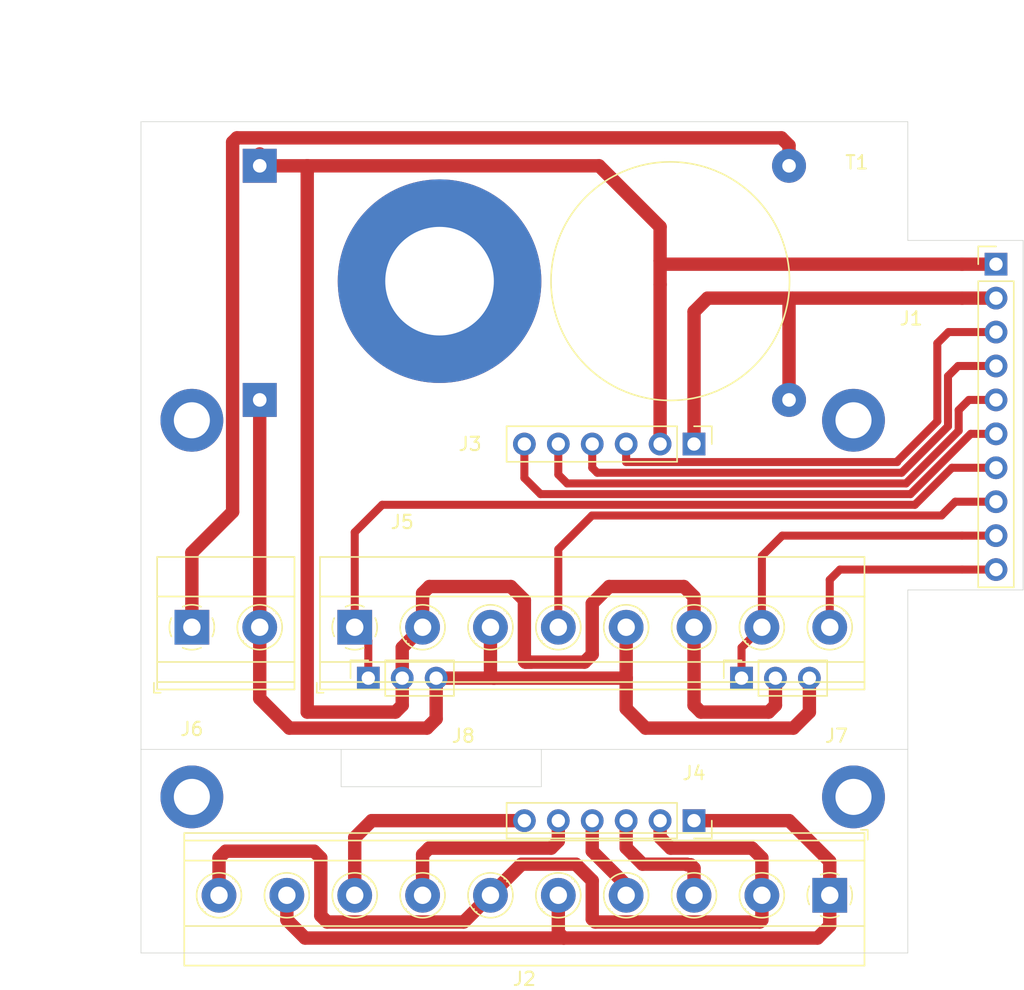
<source format=kicad_pcb>
(kicad_pcb (version 20171130) (host pcbnew "(5.1.7)-1")

  (general
    (thickness 1.6)
    (drawings 24)
    (tracks 171)
    (zones 0)
    (modules 13)
    (nets 18)
  )

  (page A4)
  (layers
    (0 F.Cu signal)
    (31 B.Cu signal)
    (32 B.Adhes user)
    (33 F.Adhes user)
    (34 B.Paste user)
    (35 F.Paste user)
    (36 B.SilkS user)
    (37 F.SilkS user)
    (38 B.Mask user)
    (39 F.Mask user)
    (40 Dwgs.User user)
    (41 Cmts.User user)
    (42 Eco1.User user)
    (43 Eco2.User user)
    (44 Edge.Cuts user)
    (45 Margin user)
    (46 B.CrtYd user)
    (47 F.CrtYd user)
    (48 B.Fab user)
    (49 F.Fab user)
  )

  (setup
    (last_trace_width 0.6)
    (trace_clearance 0.2)
    (zone_clearance 0.508)
    (zone_45_only no)
    (trace_min 0.2)
    (via_size 0.8)
    (via_drill 0.4)
    (via_min_size 0.4)
    (via_min_drill 0.3)
    (uvia_size 0.3)
    (uvia_drill 0.1)
    (uvias_allowed no)
    (uvia_min_size 0.2)
    (uvia_min_drill 0.1)
    (edge_width 0.05)
    (segment_width 0.2)
    (pcb_text_width 0.3)
    (pcb_text_size 1.5 1.5)
    (mod_edge_width 0.12)
    (mod_text_size 1 1)
    (mod_text_width 0.15)
    (pad_size 1.524 1.524)
    (pad_drill 0.762)
    (pad_to_mask_clearance 0)
    (aux_axis_origin 53.34 91.44)
    (visible_elements 7FFFFFFF)
    (pcbplotparams
      (layerselection 0x01000_7fffffff)
      (usegerberextensions false)
      (usegerberattributes true)
      (usegerberadvancedattributes true)
      (creategerberjobfile true)
      (excludeedgelayer true)
      (linewidth 0.100000)
      (plotframeref false)
      (viasonmask false)
      (mode 1)
      (useauxorigin true)
      (hpglpennumber 1)
      (hpglpenspeed 20)
      (hpglpendiameter 15.000000)
      (psnegative false)
      (psa4output false)
      (plotreference true)
      (plotvalue true)
      (plotinvisibletext false)
      (padsonsilk false)
      (subtractmaskfromsilk false)
      (outputformat 1)
      (mirror false)
      (drillshape 0)
      (scaleselection 1)
      (outputdirectory "output/"))
  )

  (net 0 "")
  (net 1 /D45)
  (net 2 /D33)
  (net 3 /A13)
  (net 4 /A11)
  (net 5 /A9)
  (net 6 /A7)
  (net 7 /A5)
  (net 8 /A3)
  (net 9 /GND)
  (net 10 /5V)
  (net 11 /VIN)
  (net 12 "Net-(J2-Pad10)")
  (net 13 "Net-(J2-Pad1)")
  (net 14 /9)
  (net 15 /7)
  (net 16 /5)
  (net 17 /3)

  (net_class Default "This is the default net class."
    (clearance 0.2)
    (trace_width 0.6)
    (via_dia 0.8)
    (via_drill 0.4)
    (uvia_dia 0.3)
    (uvia_drill 0.1)
    (add_net /A11)
    (add_net /A13)
    (add_net /A3)
    (add_net /A5)
    (add_net /A7)
    (add_net /A9)
    (add_net /D33)
    (add_net /D45)
  )

  (net_class Power ""
    (clearance 0.2)
    (trace_width 1)
    (via_dia 0.8)
    (via_drill 0.4)
    (uvia_dia 0.3)
    (uvia_drill 0.1)
    (add_net /3)
    (add_net /5)
    (add_net /5V)
    (add_net /7)
    (add_net /9)
    (add_net /GND)
    (add_net /VIN)
    (add_net "Net-(J2-Pad1)")
    (add_net "Net-(J2-Pad10)")
  )

  (module Connector_PinSocket_2.54mm:PinSocket_1x06_P2.54mm_Vertical (layer F.Cu) (tedit 5A19A430) (tstamp 5FB858C4)
    (at 94.742 81.534 270)
    (descr "Through hole straight socket strip, 1x06, 2.54mm pitch, single row (from Kicad 4.0.7), script generated")
    (tags "Through hole socket strip THT 1x06 2.54mm single row")
    (path /5FBFE2A3)
    (fp_text reference J4 (at -3.556 0 180) (layer F.SilkS)
      (effects (font (size 1 1) (thickness 0.15)))
    )
    (fp_text value IOF (at -2.032 0.254 180) (layer F.Fab)
      (effects (font (size 1 1) (thickness 0.15)))
    )
    (fp_line (start -1.8 14.45) (end -1.8 -1.8) (layer F.CrtYd) (width 0.05))
    (fp_line (start 1.75 14.45) (end -1.8 14.45) (layer F.CrtYd) (width 0.05))
    (fp_line (start 1.75 -1.8) (end 1.75 14.45) (layer F.CrtYd) (width 0.05))
    (fp_line (start -1.8 -1.8) (end 1.75 -1.8) (layer F.CrtYd) (width 0.05))
    (fp_line (start 0 -1.33) (end 1.33 -1.33) (layer F.SilkS) (width 0.12))
    (fp_line (start 1.33 -1.33) (end 1.33 0) (layer F.SilkS) (width 0.12))
    (fp_line (start 1.33 1.27) (end 1.33 14.03) (layer F.SilkS) (width 0.12))
    (fp_line (start -1.33 14.03) (end 1.33 14.03) (layer F.SilkS) (width 0.12))
    (fp_line (start -1.33 1.27) (end -1.33 14.03) (layer F.SilkS) (width 0.12))
    (fp_line (start -1.33 1.27) (end 1.33 1.27) (layer F.SilkS) (width 0.12))
    (fp_line (start -1.27 13.97) (end -1.27 -1.27) (layer F.Fab) (width 0.1))
    (fp_line (start 1.27 13.97) (end -1.27 13.97) (layer F.Fab) (width 0.1))
    (fp_line (start 1.27 -0.635) (end 1.27 13.97) (layer F.Fab) (width 0.1))
    (fp_line (start 0.635 -1.27) (end 1.27 -0.635) (layer F.Fab) (width 0.1))
    (fp_line (start -1.27 -1.27) (end 0.635 -1.27) (layer F.Fab) (width 0.1))
    (fp_text user %R (at 0 6.35) (layer F.Fab)
      (effects (font (size 1 1) (thickness 0.15)))
    )
    (pad 6 thru_hole oval (at 0 12.7 270) (size 1.7 1.7) (drill 1) (layers *.Cu *.Mask)
      (net 14 /9))
    (pad 5 thru_hole oval (at 0 10.16 270) (size 1.7 1.7) (drill 1) (layers *.Cu *.Mask)
      (net 15 /7))
    (pad 4 thru_hole oval (at 0 7.62 270) (size 1.7 1.7) (drill 1) (layers *.Cu *.Mask)
      (net 16 /5))
    (pad 3 thru_hole oval (at 0 5.08 270) (size 1.7 1.7) (drill 1) (layers *.Cu *.Mask)
      (net 17 /3))
    (pad 2 thru_hole oval (at 0 2.54 270) (size 1.7 1.7) (drill 1) (layers *.Cu *.Mask)
      (net 12 "Net-(J2-Pad10)"))
    (pad 1 thru_hole rect (at 0 0 270) (size 1.7 1.7) (drill 1) (layers *.Cu *.Mask)
      (net 13 "Net-(J2-Pad1)"))
    (model ${KISYS3DMOD}/Connector_PinSocket_2.54mm.3dshapes/PinSocket_1x06_P2.54mm_Vertical.wrl
      (at (xyz 0 0 0))
      (scale (xyz 1 1 1))
      (rotate (xyz 0 0 0))
    )
  )

  (module Connector_PinSocket_2.54mm:PinSocket_1x03_P2.54mm_Vertical (layer F.Cu) (tedit 5A19A429) (tstamp 5FB8D111)
    (at 98.298 70.866 90)
    (descr "Through hole straight socket strip, 1x03, 2.54mm pitch, single row (from Kicad 4.0.7), script generated")
    (tags "Through hole socket strip THT 1x03 2.54mm single row")
    (path /5FC7D1B1)
    (fp_text reference J7 (at -4.318 7.112 180) (layer F.SilkS)
      (effects (font (size 1 1) (thickness 0.15)))
    )
    (fp_text value RY1 (at -2.794 7.112 180) (layer F.Fab)
      (effects (font (size 1 1) (thickness 0.15)))
    )
    (fp_line (start -1.8 6.85) (end -1.8 -1.8) (layer F.CrtYd) (width 0.05))
    (fp_line (start 1.75 6.85) (end -1.8 6.85) (layer F.CrtYd) (width 0.05))
    (fp_line (start 1.75 -1.8) (end 1.75 6.85) (layer F.CrtYd) (width 0.05))
    (fp_line (start -1.8 -1.8) (end 1.75 -1.8) (layer F.CrtYd) (width 0.05))
    (fp_line (start 0 -1.33) (end 1.33 -1.33) (layer F.SilkS) (width 0.12))
    (fp_line (start 1.33 -1.33) (end 1.33 0) (layer F.SilkS) (width 0.12))
    (fp_line (start 1.33 1.27) (end 1.33 6.41) (layer F.SilkS) (width 0.12))
    (fp_line (start -1.33 6.41) (end 1.33 6.41) (layer F.SilkS) (width 0.12))
    (fp_line (start -1.33 1.27) (end -1.33 6.41) (layer F.SilkS) (width 0.12))
    (fp_line (start -1.33 1.27) (end 1.33 1.27) (layer F.SilkS) (width 0.12))
    (fp_line (start -1.27 6.35) (end -1.27 -1.27) (layer F.Fab) (width 0.1))
    (fp_line (start 1.27 6.35) (end -1.27 6.35) (layer F.Fab) (width 0.1))
    (fp_line (start 1.27 -0.635) (end 1.27 6.35) (layer F.Fab) (width 0.1))
    (fp_line (start 0.635 -1.27) (end 1.27 -0.635) (layer F.Fab) (width 0.1))
    (fp_line (start -1.27 -1.27) (end 0.635 -1.27) (layer F.Fab) (width 0.1))
    (fp_text user %R (at 0 2.54) (layer F.Fab)
      (effects (font (size 1 1) (thickness 0.15)))
    )
    (pad 3 thru_hole oval (at 0 5.08 90) (size 1.7 1.7) (drill 1) (layers *.Cu *.Mask)
      (net 9 /GND))
    (pad 2 thru_hole oval (at 0 2.54 90) (size 1.7 1.7) (drill 1) (layers *.Cu *.Mask)
      (net 10 /5V))
    (pad 1 thru_hole rect (at 0 0 90) (size 1.7 1.7) (drill 1) (layers *.Cu *.Mask)
      (net 2 /D33))
    (model ${KISYS3DMOD}/Connector_PinSocket_2.54mm.3dshapes/PinSocket_1x03_P2.54mm_Vertical.wrl
      (at (xyz 0 0 0))
      (scale (xyz 1 1 1))
      (rotate (xyz 0 0 0))
    )
  )

  (module Connector_PinSocket_2.54mm:PinSocket_1x03_P2.54mm_Vertical (layer F.Cu) (tedit 5A19A429) (tstamp 5FB8D128)
    (at 70.358 70.866 90)
    (descr "Through hole straight socket strip, 1x03, 2.54mm pitch, single row (from Kicad 4.0.7), script generated")
    (tags "Through hole socket strip THT 1x03 2.54mm single row")
    (path /5FC7CCD8)
    (fp_text reference J8 (at -4.318 7.112 180) (layer F.SilkS)
      (effects (font (size 1 1) (thickness 0.15)))
    )
    (fp_text value RY2 (at -2.794 7.112 180) (layer F.Fab)
      (effects (font (size 1 1) (thickness 0.15)))
    )
    (fp_line (start -1.8 6.85) (end -1.8 -1.8) (layer F.CrtYd) (width 0.05))
    (fp_line (start 1.75 6.85) (end -1.8 6.85) (layer F.CrtYd) (width 0.05))
    (fp_line (start 1.75 -1.8) (end 1.75 6.85) (layer F.CrtYd) (width 0.05))
    (fp_line (start -1.8 -1.8) (end 1.75 -1.8) (layer F.CrtYd) (width 0.05))
    (fp_line (start 0 -1.33) (end 1.33 -1.33) (layer F.SilkS) (width 0.12))
    (fp_line (start 1.33 -1.33) (end 1.33 0) (layer F.SilkS) (width 0.12))
    (fp_line (start 1.33 1.27) (end 1.33 6.41) (layer F.SilkS) (width 0.12))
    (fp_line (start -1.33 6.41) (end 1.33 6.41) (layer F.SilkS) (width 0.12))
    (fp_line (start -1.33 1.27) (end -1.33 6.41) (layer F.SilkS) (width 0.12))
    (fp_line (start -1.33 1.27) (end 1.33 1.27) (layer F.SilkS) (width 0.12))
    (fp_line (start -1.27 6.35) (end -1.27 -1.27) (layer F.Fab) (width 0.1))
    (fp_line (start 1.27 6.35) (end -1.27 6.35) (layer F.Fab) (width 0.1))
    (fp_line (start 1.27 -0.635) (end 1.27 6.35) (layer F.Fab) (width 0.1))
    (fp_line (start 0.635 -1.27) (end 1.27 -0.635) (layer F.Fab) (width 0.1))
    (fp_line (start -1.27 -1.27) (end 0.635 -1.27) (layer F.Fab) (width 0.1))
    (fp_text user %R (at 0 2.54) (layer F.Fab)
      (effects (font (size 1 1) (thickness 0.15)))
    )
    (pad 3 thru_hole oval (at 0 5.08 90) (size 1.7 1.7) (drill 1) (layers *.Cu *.Mask)
      (net 9 /GND))
    (pad 2 thru_hole oval (at 0 2.54 90) (size 1.7 1.7) (drill 1) (layers *.Cu *.Mask)
      (net 10 /5V))
    (pad 1 thru_hole rect (at 0 0 90) (size 1.7 1.7) (drill 1) (layers *.Cu *.Mask)
      (net 4 /A11))
    (model ${KISYS3DMOD}/Connector_PinSocket_2.54mm.3dshapes/PinSocket_1x03_P2.54mm_Vertical.wrl
      (at (xyz 0 0 0))
      (scale (xyz 1 1 1))
      (rotate (xyz 0 0 0))
    )
  )

  (module MountingHole:MountingHole_2.7mm_M2.5_DIN965_Pad (layer F.Cu) (tedit 56D1B4CB) (tstamp 5FB8C840)
    (at 106.68 51.562)
    (descr "Mounting Hole 2.7mm, M2.5, DIN965")
    (tags "mounting hole 2.7mm m2.5 din965")
    (attr virtual)
    (fp_text reference REF** (at 0 -0.762) (layer F.SilkS) hide
      (effects (font (size 1 1) (thickness 0.15)))
    )
    (fp_text value BR (at -3.556 2.032) (layer F.Fab)
      (effects (font (size 1 1) (thickness 0.15)))
    )
    (fp_circle (center 0 0) (end 2.6 0) (layer F.CrtYd) (width 0.05))
    (fp_circle (center 0 0) (end 2.35 0) (layer Cmts.User) (width 0.15))
    (fp_text user %R (at 0.3 0) (layer F.Fab)
      (effects (font (size 1 1) (thickness 0.15)))
    )
    (pad 1 thru_hole circle (at 0 0) (size 4.7 4.7) (drill 2.7) (layers *.Cu *.Mask))
  )

  (module MountingHole:MountingHole_2.7mm_M2.5_DIN965_Pad (layer F.Cu) (tedit 56D1B4CB) (tstamp 5FB8C81C)
    (at 106.68 79.756)
    (descr "Mounting Hole 2.7mm, M2.5, DIN965")
    (tags "mounting hole 2.7mm m2.5 din965")
    (attr virtual)
    (fp_text reference REF** (at 0 -0.508) (layer F.SilkS) hide
      (effects (font (size 1 1) (thickness 0.15)))
    )
    (fp_text value UTR (at -3.81 -2.032) (layer F.Fab)
      (effects (font (size 1 1) (thickness 0.15)))
    )
    (fp_circle (center 0 0) (end 2.6 0) (layer F.CrtYd) (width 0.05))
    (fp_circle (center 0 0) (end 2.35 0) (layer Cmts.User) (width 0.15))
    (fp_text user %R (at 0.3 0) (layer F.Fab)
      (effects (font (size 1 1) (thickness 0.15)))
    )
    (pad 1 thru_hole circle (at 0 0) (size 4.7 4.7) (drill 2.7) (layers *.Cu *.Mask))
  )

  (module MountingHole:MountingHole_2.7mm_M2.5_DIN965_Pad (layer F.Cu) (tedit 56D1B4CB) (tstamp 5FB8C7F8)
    (at 57.15 79.756)
    (descr "Mounting Hole 2.7mm, M2.5, DIN965")
    (tags "mounting hole 2.7mm m2.5 din965")
    (attr virtual)
    (fp_text reference REF** (at 0 -0.508) (layer F.SilkS) hide
      (effects (font (size 1 1) (thickness 0.15)))
    )
    (fp_text value UL (at 3.302 -2.286) (layer F.Fab)
      (effects (font (size 1 1) (thickness 0.15)))
    )
    (fp_circle (center 0 0) (end 2.6 0) (layer F.CrtYd) (width 0.05))
    (fp_circle (center 0 0) (end 2.35 0) (layer Cmts.User) (width 0.15))
    (fp_text user %R (at 0.3 0) (layer F.Fab)
      (effects (font (size 1 1) (thickness 0.15)))
    )
    (pad 1 thru_hole circle (at 0 0) (size 4.7 4.7) (drill 2.7) (layers *.Cu *.Mask))
  )

  (module MountingHole:MountingHole_2.7mm_M2.5_DIN965_Pad (layer F.Cu) (tedit 56D1B4CB) (tstamp 5FB8C7D4)
    (at 57.15 51.562)
    (descr "Mounting Hole 2.7mm, M2.5, DIN965")
    (tags "mounting hole 2.7mm m2.5 din965")
    (attr virtual)
    (fp_text reference REF** (at 0 -1.27) (layer F.SilkS) hide
      (effects (font (size 1 1) (thickness 0.15)))
    )
    (fp_text value BL (at 1.27 3.556) (layer F.Fab)
      (effects (font (size 1 1) (thickness 0.15)))
    )
    (fp_circle (center 0 0) (end 2.6 0) (layer F.CrtYd) (width 0.05))
    (fp_circle (center 0 0) (end 2.35 0) (layer Cmts.User) (width 0.15))
    (fp_text user %R (at 0.3 0) (layer F.Fab)
      (effects (font (size 1 1) (thickness 0.15)))
    )
    (pad 1 thru_hole circle (at 0 0) (size 4.7 4.7) (drill 2.7) (layers *.Cu *.Mask))
  )

  (module Connector_PinHeader_2.54mm:PinHeader_1x06_P2.54mm_Vertical (layer F.Cu) (tedit 59FED5CC) (tstamp 5FB858AA)
    (at 94.742 53.34 270)
    (descr "Through hole straight pin header, 1x06, 2.54mm pitch, single row")
    (tags "Through hole pin header THT 1x06 2.54mm single row")
    (path /5FBDDEE7)
    (fp_text reference J3 (at 0 16.764 180) (layer F.SilkS)
      (effects (font (size 1 1) (thickness 0.15)))
    )
    (fp_text value IOM (at 1.524 16.764 180) (layer F.Fab)
      (effects (font (size 1 1) (thickness 0.15)))
    )
    (fp_line (start 1.8 -1.8) (end -1.8 -1.8) (layer F.CrtYd) (width 0.05))
    (fp_line (start 1.8 14.5) (end 1.8 -1.8) (layer F.CrtYd) (width 0.05))
    (fp_line (start -1.8 14.5) (end 1.8 14.5) (layer F.CrtYd) (width 0.05))
    (fp_line (start -1.8 -1.8) (end -1.8 14.5) (layer F.CrtYd) (width 0.05))
    (fp_line (start -1.33 -1.33) (end 0 -1.33) (layer F.SilkS) (width 0.12))
    (fp_line (start -1.33 0) (end -1.33 -1.33) (layer F.SilkS) (width 0.12))
    (fp_line (start -1.33 1.27) (end 1.33 1.27) (layer F.SilkS) (width 0.12))
    (fp_line (start 1.33 1.27) (end 1.33 14.03) (layer F.SilkS) (width 0.12))
    (fp_line (start -1.33 1.27) (end -1.33 14.03) (layer F.SilkS) (width 0.12))
    (fp_line (start -1.33 14.03) (end 1.33 14.03) (layer F.SilkS) (width 0.12))
    (fp_line (start -1.27 -0.635) (end -0.635 -1.27) (layer F.Fab) (width 0.1))
    (fp_line (start -1.27 13.97) (end -1.27 -0.635) (layer F.Fab) (width 0.1))
    (fp_line (start 1.27 13.97) (end -1.27 13.97) (layer F.Fab) (width 0.1))
    (fp_line (start 1.27 -1.27) (end 1.27 13.97) (layer F.Fab) (width 0.1))
    (fp_line (start -0.635 -1.27) (end 1.27 -1.27) (layer F.Fab) (width 0.1))
    (fp_text user %R (at 0 16.764) (layer F.Fab)
      (effects (font (size 1 1) (thickness 0.15)))
    )
    (pad 6 thru_hole oval (at 0 12.7 270) (size 1.7 1.7) (drill 1) (layers *.Cu *.Mask)
      (net 5 /A9))
    (pad 5 thru_hole oval (at 0 10.16 270) (size 1.7 1.7) (drill 1) (layers *.Cu *.Mask)
      (net 6 /A7))
    (pad 4 thru_hole oval (at 0 7.62 270) (size 1.7 1.7) (drill 1) (layers *.Cu *.Mask)
      (net 7 /A5))
    (pad 3 thru_hole oval (at 0 5.08 270) (size 1.7 1.7) (drill 1) (layers *.Cu *.Mask)
      (net 8 /A3))
    (pad 2 thru_hole oval (at 0 2.54 270) (size 1.7 1.7) (drill 1) (layers *.Cu *.Mask)
      (net 10 /5V))
    (pad 1 thru_hole rect (at 0 0 270) (size 1.7 1.7) (drill 1) (layers *.Cu *.Mask)
      (net 9 /GND))
    (model ${KISYS3DMOD}/Connector_PinHeader_2.54mm.3dshapes/PinHeader_1x06_P2.54mm_Vertical.wrl
      (at (xyz 0 0 0))
      (scale (xyz 1 1 1))
      (rotate (xyz 0 0 0))
    )
  )

  (module TerminalBlock_Phoenix:TerminalBlock_Phoenix_MKDS-1,5-8-5.08_1x08_P5.08mm_Horizontal (layer F.Cu) (tedit 5B294EC0) (tstamp 5FB8C9C5)
    (at 69.342 67.056)
    (descr "Terminal Block Phoenix MKDS-1,5-8-5.08, 8 pins, pitch 5.08mm, size 40.6x9.8mm^2, drill diamater 1.3mm, pad diameter 2.6mm, see http://www.farnell.com/datasheets/100425.pdf, script-generated using https://github.com/pointhi/kicad-footprint-generator/scripts/TerminalBlock_Phoenix")
    (tags "THT Terminal Block Phoenix MKDS-1,5-8-5.08 pitch 5.08mm size 40.6x9.8mm^2 drill 1.3mm pad 2.6mm")
    (path /5FC663E6)
    (fp_text reference J5 (at 3.556 -7.874) (layer F.SilkS)
      (effects (font (size 1 1) (thickness 0.15)))
    )
    (fp_text value IOB (at 3.556 -6.35) (layer F.Fab)
      (effects (font (size 1 1) (thickness 0.15)))
    )
    (fp_line (start 38.6 -5.71) (end -3.04 -5.71) (layer F.CrtYd) (width 0.05))
    (fp_line (start 38.6 5.1) (end 38.6 -5.71) (layer F.CrtYd) (width 0.05))
    (fp_line (start -3.04 5.1) (end 38.6 5.1) (layer F.CrtYd) (width 0.05))
    (fp_line (start -3.04 -5.71) (end -3.04 5.1) (layer F.CrtYd) (width 0.05))
    (fp_line (start -2.84 4.9) (end -2.34 4.9) (layer F.SilkS) (width 0.12))
    (fp_line (start -2.84 4.16) (end -2.84 4.9) (layer F.SilkS) (width 0.12))
    (fp_line (start 34.333 1.023) (end 34.286 1.069) (layer F.SilkS) (width 0.12))
    (fp_line (start 36.63 -1.275) (end 36.595 -1.239) (layer F.SilkS) (width 0.12))
    (fp_line (start 34.526 1.239) (end 34.491 1.274) (layer F.SilkS) (width 0.12))
    (fp_line (start 36.835 -1.069) (end 36.788 -1.023) (layer F.SilkS) (width 0.12))
    (fp_line (start 36.515 -1.138) (end 34.423 0.955) (layer F.Fab) (width 0.1))
    (fp_line (start 36.698 -0.955) (end 34.606 1.138) (layer F.Fab) (width 0.1))
    (fp_line (start 29.253 1.023) (end 29.206 1.069) (layer F.SilkS) (width 0.12))
    (fp_line (start 31.55 -1.275) (end 31.515 -1.239) (layer F.SilkS) (width 0.12))
    (fp_line (start 29.446 1.239) (end 29.411 1.274) (layer F.SilkS) (width 0.12))
    (fp_line (start 31.755 -1.069) (end 31.708 -1.023) (layer F.SilkS) (width 0.12))
    (fp_line (start 31.435 -1.138) (end 29.343 0.955) (layer F.Fab) (width 0.1))
    (fp_line (start 31.618 -0.955) (end 29.526 1.138) (layer F.Fab) (width 0.1))
    (fp_line (start 24.173 1.023) (end 24.126 1.069) (layer F.SilkS) (width 0.12))
    (fp_line (start 26.47 -1.275) (end 26.435 -1.239) (layer F.SilkS) (width 0.12))
    (fp_line (start 24.366 1.239) (end 24.331 1.274) (layer F.SilkS) (width 0.12))
    (fp_line (start 26.675 -1.069) (end 26.628 -1.023) (layer F.SilkS) (width 0.12))
    (fp_line (start 26.355 -1.138) (end 24.263 0.955) (layer F.Fab) (width 0.1))
    (fp_line (start 26.538 -0.955) (end 24.446 1.138) (layer F.Fab) (width 0.1))
    (fp_line (start 19.093 1.023) (end 19.046 1.069) (layer F.SilkS) (width 0.12))
    (fp_line (start 21.39 -1.275) (end 21.355 -1.239) (layer F.SilkS) (width 0.12))
    (fp_line (start 19.286 1.239) (end 19.251 1.274) (layer F.SilkS) (width 0.12))
    (fp_line (start 21.595 -1.069) (end 21.548 -1.023) (layer F.SilkS) (width 0.12))
    (fp_line (start 21.275 -1.138) (end 19.183 0.955) (layer F.Fab) (width 0.1))
    (fp_line (start 21.458 -0.955) (end 19.366 1.138) (layer F.Fab) (width 0.1))
    (fp_line (start 14.013 1.023) (end 13.966 1.069) (layer F.SilkS) (width 0.12))
    (fp_line (start 16.31 -1.275) (end 16.275 -1.239) (layer F.SilkS) (width 0.12))
    (fp_line (start 14.206 1.239) (end 14.171 1.274) (layer F.SilkS) (width 0.12))
    (fp_line (start 16.515 -1.069) (end 16.468 -1.023) (layer F.SilkS) (width 0.12))
    (fp_line (start 16.195 -1.138) (end 14.103 0.955) (layer F.Fab) (width 0.1))
    (fp_line (start 16.378 -0.955) (end 14.286 1.138) (layer F.Fab) (width 0.1))
    (fp_line (start 8.933 1.023) (end 8.886 1.069) (layer F.SilkS) (width 0.12))
    (fp_line (start 11.23 -1.275) (end 11.195 -1.239) (layer F.SilkS) (width 0.12))
    (fp_line (start 9.126 1.239) (end 9.091 1.274) (layer F.SilkS) (width 0.12))
    (fp_line (start 11.435 -1.069) (end 11.388 -1.023) (layer F.SilkS) (width 0.12))
    (fp_line (start 11.115 -1.138) (end 9.023 0.955) (layer F.Fab) (width 0.1))
    (fp_line (start 11.298 -0.955) (end 9.206 1.138) (layer F.Fab) (width 0.1))
    (fp_line (start 3.853 1.023) (end 3.806 1.069) (layer F.SilkS) (width 0.12))
    (fp_line (start 6.15 -1.275) (end 6.115 -1.239) (layer F.SilkS) (width 0.12))
    (fp_line (start 4.046 1.239) (end 4.011 1.274) (layer F.SilkS) (width 0.12))
    (fp_line (start 6.355 -1.069) (end 6.308 -1.023) (layer F.SilkS) (width 0.12))
    (fp_line (start 6.035 -1.138) (end 3.943 0.955) (layer F.Fab) (width 0.1))
    (fp_line (start 6.218 -0.955) (end 4.126 1.138) (layer F.Fab) (width 0.1))
    (fp_line (start 0.955 -1.138) (end -1.138 0.955) (layer F.Fab) (width 0.1))
    (fp_line (start 1.138 -0.955) (end -0.955 1.138) (layer F.Fab) (width 0.1))
    (fp_line (start 38.16 -5.261) (end 38.16 4.66) (layer F.SilkS) (width 0.12))
    (fp_line (start -2.6 -5.261) (end -2.6 4.66) (layer F.SilkS) (width 0.12))
    (fp_line (start -2.6 4.66) (end 38.16 4.66) (layer F.SilkS) (width 0.12))
    (fp_line (start -2.6 -5.261) (end 38.16 -5.261) (layer F.SilkS) (width 0.12))
    (fp_line (start -2.6 -2.301) (end 38.16 -2.301) (layer F.SilkS) (width 0.12))
    (fp_line (start -2.54 -2.3) (end 38.1 -2.3) (layer F.Fab) (width 0.1))
    (fp_line (start -2.6 2.6) (end 38.16 2.6) (layer F.SilkS) (width 0.12))
    (fp_line (start -2.54 2.6) (end 38.1 2.6) (layer F.Fab) (width 0.1))
    (fp_line (start -2.6 4.1) (end 38.16 4.1) (layer F.SilkS) (width 0.12))
    (fp_line (start -2.54 4.1) (end 38.1 4.1) (layer F.Fab) (width 0.1))
    (fp_line (start -2.54 4.1) (end -2.54 -5.2) (layer F.Fab) (width 0.1))
    (fp_line (start -2.04 4.6) (end -2.54 4.1) (layer F.Fab) (width 0.1))
    (fp_line (start 38.1 4.6) (end -2.04 4.6) (layer F.Fab) (width 0.1))
    (fp_line (start 38.1 -5.2) (end 38.1 4.6) (layer F.Fab) (width 0.1))
    (fp_line (start -2.54 -5.2) (end 38.1 -5.2) (layer F.Fab) (width 0.1))
    (fp_circle (center 35.56 0) (end 37.24 0) (layer F.SilkS) (width 0.12))
    (fp_circle (center 35.56 0) (end 37.06 0) (layer F.Fab) (width 0.1))
    (fp_circle (center 30.48 0) (end 32.16 0) (layer F.SilkS) (width 0.12))
    (fp_circle (center 30.48 0) (end 31.98 0) (layer F.Fab) (width 0.1))
    (fp_circle (center 25.4 0) (end 27.08 0) (layer F.SilkS) (width 0.12))
    (fp_circle (center 25.4 0) (end 26.9 0) (layer F.Fab) (width 0.1))
    (fp_circle (center 20.32 0) (end 22 0) (layer F.SilkS) (width 0.12))
    (fp_circle (center 20.32 0) (end 21.82 0) (layer F.Fab) (width 0.1))
    (fp_circle (center 15.24 0) (end 16.92 0) (layer F.SilkS) (width 0.12))
    (fp_circle (center 15.24 0) (end 16.74 0) (layer F.Fab) (width 0.1))
    (fp_circle (center 10.16 0) (end 11.84 0) (layer F.SilkS) (width 0.12))
    (fp_circle (center 10.16 0) (end 11.66 0) (layer F.Fab) (width 0.1))
    (fp_circle (center 5.08 0) (end 6.76 0) (layer F.SilkS) (width 0.12))
    (fp_circle (center 5.08 0) (end 6.58 0) (layer F.Fab) (width 0.1))
    (fp_circle (center 0 0) (end 1.5 0) (layer F.Fab) (width 0.1))
    (fp_text user %R (at 3.556 -7.874) (layer F.Fab)
      (effects (font (size 1 1) (thickness 0.15)))
    )
    (fp_arc (start 0 0) (end -0.684 1.535) (angle -25) (layer F.SilkS) (width 0.12))
    (fp_arc (start 0 0) (end -1.535 -0.684) (angle -48) (layer F.SilkS) (width 0.12))
    (fp_arc (start 0 0) (end 0.684 -1.535) (angle -48) (layer F.SilkS) (width 0.12))
    (fp_arc (start 0 0) (end 1.535 0.684) (angle -48) (layer F.SilkS) (width 0.12))
    (fp_arc (start 0 0) (end 0 1.68) (angle -24) (layer F.SilkS) (width 0.12))
    (pad 8 thru_hole circle (at 35.56 0) (size 2.6 2.6) (drill 1.3) (layers *.Cu *.Mask)
      (net 1 /D45))
    (pad 7 thru_hole circle (at 30.48 0) (size 2.6 2.6) (drill 1.3) (layers *.Cu *.Mask)
      (net 2 /D33))
    (pad 6 thru_hole circle (at 25.4 0) (size 2.6 2.6) (drill 1.3) (layers *.Cu *.Mask)
      (net 10 /5V))
    (pad 5 thru_hole circle (at 20.32 0) (size 2.6 2.6) (drill 1.3) (layers *.Cu *.Mask)
      (net 9 /GND))
    (pad 4 thru_hole circle (at 15.24 0) (size 2.6 2.6) (drill 1.3) (layers *.Cu *.Mask)
      (net 3 /A13))
    (pad 3 thru_hole circle (at 10.16 0) (size 2.6 2.6) (drill 1.3) (layers *.Cu *.Mask)
      (net 9 /GND))
    (pad 2 thru_hole circle (at 5.08 0) (size 2.6 2.6) (drill 1.3) (layers *.Cu *.Mask)
      (net 10 /5V))
    (pad 1 thru_hole rect (at 0 0) (size 2.6 2.6) (drill 1.3) (layers *.Cu *.Mask)
      (net 4 /A11))
    (model ${KISYS3DMOD}/TerminalBlock_Phoenix.3dshapes/TerminalBlock_Phoenix_MKDS-1,5-8-5.08_1x08_P5.08mm_Horizontal.wrl
      (at (xyz 0 0 0))
      (scale (xyz 1 1 1))
      (rotate (xyz 0 0 0))
    )
  )

  (module TerminalBlock_Phoenix:TerminalBlock_Phoenix_MKDS-1,5-2-5.08_1x02_P5.08mm_Horizontal (layer F.Cu) (tedit 5B294EBC) (tstamp 5FB85964)
    (at 57.15 67.056)
    (descr "Terminal Block Phoenix MKDS-1,5-2-5.08, 2 pins, pitch 5.08mm, size 10.2x9.8mm^2, drill diamater 1.3mm, pad diameter 2.6mm, see http://www.farnell.com/datasheets/100425.pdf, script-generated using https://github.com/pointhi/kicad-footprint-generator/scripts/TerminalBlock_Phoenix")
    (tags "THT Terminal Block Phoenix MKDS-1,5-2-5.08 pitch 5.08mm size 10.2x9.8mm^2 drill 1.3mm pad 2.6mm")
    (path /5FBE156F)
    (fp_text reference J6 (at 0 7.62) (layer F.SilkS)
      (effects (font (size 1 1) (thickness 0.15)))
    )
    (fp_text value PWR (at 0 6.096) (layer F.Fab)
      (effects (font (size 1 1) (thickness 0.15)))
    )
    (fp_line (start 8.13 -5.71) (end -3.04 -5.71) (layer F.CrtYd) (width 0.05))
    (fp_line (start 8.13 5.1) (end 8.13 -5.71) (layer F.CrtYd) (width 0.05))
    (fp_line (start -3.04 5.1) (end 8.13 5.1) (layer F.CrtYd) (width 0.05))
    (fp_line (start -3.04 -5.71) (end -3.04 5.1) (layer F.CrtYd) (width 0.05))
    (fp_line (start -2.84 4.9) (end -2.34 4.9) (layer F.SilkS) (width 0.12))
    (fp_line (start -2.84 4.16) (end -2.84 4.9) (layer F.SilkS) (width 0.12))
    (fp_line (start 3.853 1.023) (end 3.806 1.069) (layer F.SilkS) (width 0.12))
    (fp_line (start 6.15 -1.275) (end 6.115 -1.239) (layer F.SilkS) (width 0.12))
    (fp_line (start 4.046 1.239) (end 4.011 1.274) (layer F.SilkS) (width 0.12))
    (fp_line (start 6.355 -1.069) (end 6.308 -1.023) (layer F.SilkS) (width 0.12))
    (fp_line (start 6.035 -1.138) (end 3.943 0.955) (layer F.Fab) (width 0.1))
    (fp_line (start 6.218 -0.955) (end 4.126 1.138) (layer F.Fab) (width 0.1))
    (fp_line (start 0.955 -1.138) (end -1.138 0.955) (layer F.Fab) (width 0.1))
    (fp_line (start 1.138 -0.955) (end -0.955 1.138) (layer F.Fab) (width 0.1))
    (fp_line (start 7.68 -5.261) (end 7.68 4.66) (layer F.SilkS) (width 0.12))
    (fp_line (start -2.6 -5.261) (end -2.6 4.66) (layer F.SilkS) (width 0.12))
    (fp_line (start -2.6 4.66) (end 7.68 4.66) (layer F.SilkS) (width 0.12))
    (fp_line (start -2.6 -5.261) (end 7.68 -5.261) (layer F.SilkS) (width 0.12))
    (fp_line (start -2.6 -2.301) (end 7.68 -2.301) (layer F.SilkS) (width 0.12))
    (fp_line (start -2.54 -2.3) (end 7.62 -2.3) (layer F.Fab) (width 0.1))
    (fp_line (start -2.6 2.6) (end 7.68 2.6) (layer F.SilkS) (width 0.12))
    (fp_line (start -2.54 2.6) (end 7.62 2.6) (layer F.Fab) (width 0.1))
    (fp_line (start -2.6 4.1) (end 7.68 4.1) (layer F.SilkS) (width 0.12))
    (fp_line (start -2.54 4.1) (end 7.62 4.1) (layer F.Fab) (width 0.1))
    (fp_line (start -2.54 4.1) (end -2.54 -5.2) (layer F.Fab) (width 0.1))
    (fp_line (start -2.04 4.6) (end -2.54 4.1) (layer F.Fab) (width 0.1))
    (fp_line (start 7.62 4.6) (end -2.04 4.6) (layer F.Fab) (width 0.1))
    (fp_line (start 7.62 -5.2) (end 7.62 4.6) (layer F.Fab) (width 0.1))
    (fp_line (start -2.54 -5.2) (end 7.62 -5.2) (layer F.Fab) (width 0.1))
    (fp_circle (center 5.08 0) (end 6.76 0) (layer F.SilkS) (width 0.12))
    (fp_circle (center 5.08 0) (end 6.58 0) (layer F.Fab) (width 0.1))
    (fp_circle (center 0 0) (end 1.5 0) (layer F.Fab) (width 0.1))
    (fp_text user %R (at 0 7.62) (layer F.Fab)
      (effects (font (size 1 1) (thickness 0.15)))
    )
    (fp_arc (start 0 0) (end -0.684 1.535) (angle -25) (layer F.SilkS) (width 0.12))
    (fp_arc (start 0 0) (end -1.535 -0.684) (angle -48) (layer F.SilkS) (width 0.12))
    (fp_arc (start 0 0) (end 0.684 -1.535) (angle -48) (layer F.SilkS) (width 0.12))
    (fp_arc (start 0 0) (end 1.535 0.684) (angle -48) (layer F.SilkS) (width 0.12))
    (fp_arc (start 0 0) (end 0 1.68) (angle -24) (layer F.SilkS) (width 0.12))
    (pad 2 thru_hole circle (at 5.08 0) (size 2.6 2.6) (drill 1.3) (layers *.Cu *.Mask)
      (net 9 /GND))
    (pad 1 thru_hole rect (at 0 0) (size 2.6 2.6) (drill 1.3) (layers *.Cu *.Mask)
      (net 11 /VIN))
    (model ${KISYS3DMOD}/TerminalBlock_Phoenix.3dshapes/TerminalBlock_Phoenix_MKDS-1,5-2-5.08_1x02_P5.08mm_Horizontal.wrl
      (at (xyz 0 0 0))
      (scale (xyz 1 1 1))
      (rotate (xyz 0 0 0))
    )
  )

  (module TerminalBlock_Phoenix:TerminalBlock_Phoenix_MKDS-1,5-10-5.08_1x10_P5.08mm_Horizontal (layer F.Cu) (tedit 5B294EC5) (tstamp 5FB85890)
    (at 104.902 87.122 180)
    (descr "Terminal Block Phoenix MKDS-1,5-10-5.08, 10 pins, pitch 5.08mm, size 50.8x9.8mm^2, drill diamater 1.3mm, pad diameter 2.6mm, see http://www.farnell.com/datasheets/100425.pdf, script-generated using https://github.com/pointhi/kicad-footprint-generator/scripts/TerminalBlock_Phoenix")
    (tags "THT Terminal Block Phoenix MKDS-1,5-10-5.08 pitch 5.08mm size 50.8x9.8mm^2 drill 1.3mm pad 2.6mm")
    (path /5FBF8A20)
    (fp_text reference J2 (at 22.86 -6.26) (layer F.SilkS)
      (effects (font (size 1 1) (thickness 0.15)))
    )
    (fp_text value IOT (at 22.86 5.66) (layer F.Fab)
      (effects (font (size 1 1) (thickness 0.15)))
    )
    (fp_line (start 48.76 -5.71) (end -3.04 -5.71) (layer F.CrtYd) (width 0.05))
    (fp_line (start 48.76 5.1) (end 48.76 -5.71) (layer F.CrtYd) (width 0.05))
    (fp_line (start -3.04 5.1) (end 48.76 5.1) (layer F.CrtYd) (width 0.05))
    (fp_line (start -3.04 -5.71) (end -3.04 5.1) (layer F.CrtYd) (width 0.05))
    (fp_line (start -2.84 4.9) (end -2.34 4.9) (layer F.SilkS) (width 0.12))
    (fp_line (start -2.84 4.16) (end -2.84 4.9) (layer F.SilkS) (width 0.12))
    (fp_line (start 44.493 1.023) (end 44.446 1.069) (layer F.SilkS) (width 0.12))
    (fp_line (start 46.79 -1.275) (end 46.755 -1.239) (layer F.SilkS) (width 0.12))
    (fp_line (start 44.686 1.239) (end 44.651 1.274) (layer F.SilkS) (width 0.12))
    (fp_line (start 46.995 -1.069) (end 46.948 -1.023) (layer F.SilkS) (width 0.12))
    (fp_line (start 46.675 -1.138) (end 44.583 0.955) (layer F.Fab) (width 0.1))
    (fp_line (start 46.858 -0.955) (end 44.766 1.138) (layer F.Fab) (width 0.1))
    (fp_line (start 39.413 1.023) (end 39.366 1.069) (layer F.SilkS) (width 0.12))
    (fp_line (start 41.71 -1.275) (end 41.675 -1.239) (layer F.SilkS) (width 0.12))
    (fp_line (start 39.606 1.239) (end 39.571 1.274) (layer F.SilkS) (width 0.12))
    (fp_line (start 41.915 -1.069) (end 41.868 -1.023) (layer F.SilkS) (width 0.12))
    (fp_line (start 41.595 -1.138) (end 39.503 0.955) (layer F.Fab) (width 0.1))
    (fp_line (start 41.778 -0.955) (end 39.686 1.138) (layer F.Fab) (width 0.1))
    (fp_line (start 34.333 1.023) (end 34.286 1.069) (layer F.SilkS) (width 0.12))
    (fp_line (start 36.63 -1.275) (end 36.595 -1.239) (layer F.SilkS) (width 0.12))
    (fp_line (start 34.526 1.239) (end 34.491 1.274) (layer F.SilkS) (width 0.12))
    (fp_line (start 36.835 -1.069) (end 36.788 -1.023) (layer F.SilkS) (width 0.12))
    (fp_line (start 36.515 -1.138) (end 34.423 0.955) (layer F.Fab) (width 0.1))
    (fp_line (start 36.698 -0.955) (end 34.606 1.138) (layer F.Fab) (width 0.1))
    (fp_line (start 29.253 1.023) (end 29.206 1.069) (layer F.SilkS) (width 0.12))
    (fp_line (start 31.55 -1.275) (end 31.515 -1.239) (layer F.SilkS) (width 0.12))
    (fp_line (start 29.446 1.239) (end 29.411 1.274) (layer F.SilkS) (width 0.12))
    (fp_line (start 31.755 -1.069) (end 31.708 -1.023) (layer F.SilkS) (width 0.12))
    (fp_line (start 31.435 -1.138) (end 29.343 0.955) (layer F.Fab) (width 0.1))
    (fp_line (start 31.618 -0.955) (end 29.526 1.138) (layer F.Fab) (width 0.1))
    (fp_line (start 24.173 1.023) (end 24.126 1.069) (layer F.SilkS) (width 0.12))
    (fp_line (start 26.47 -1.275) (end 26.435 -1.239) (layer F.SilkS) (width 0.12))
    (fp_line (start 24.366 1.239) (end 24.331 1.274) (layer F.SilkS) (width 0.12))
    (fp_line (start 26.675 -1.069) (end 26.628 -1.023) (layer F.SilkS) (width 0.12))
    (fp_line (start 26.355 -1.138) (end 24.263 0.955) (layer F.Fab) (width 0.1))
    (fp_line (start 26.538 -0.955) (end 24.446 1.138) (layer F.Fab) (width 0.1))
    (fp_line (start 19.093 1.023) (end 19.046 1.069) (layer F.SilkS) (width 0.12))
    (fp_line (start 21.39 -1.275) (end 21.355 -1.239) (layer F.SilkS) (width 0.12))
    (fp_line (start 19.286 1.239) (end 19.251 1.274) (layer F.SilkS) (width 0.12))
    (fp_line (start 21.595 -1.069) (end 21.548 -1.023) (layer F.SilkS) (width 0.12))
    (fp_line (start 21.275 -1.138) (end 19.183 0.955) (layer F.Fab) (width 0.1))
    (fp_line (start 21.458 -0.955) (end 19.366 1.138) (layer F.Fab) (width 0.1))
    (fp_line (start 14.013 1.023) (end 13.966 1.069) (layer F.SilkS) (width 0.12))
    (fp_line (start 16.31 -1.275) (end 16.275 -1.239) (layer F.SilkS) (width 0.12))
    (fp_line (start 14.206 1.239) (end 14.171 1.274) (layer F.SilkS) (width 0.12))
    (fp_line (start 16.515 -1.069) (end 16.468 -1.023) (layer F.SilkS) (width 0.12))
    (fp_line (start 16.195 -1.138) (end 14.103 0.955) (layer F.Fab) (width 0.1))
    (fp_line (start 16.378 -0.955) (end 14.286 1.138) (layer F.Fab) (width 0.1))
    (fp_line (start 8.933 1.023) (end 8.886 1.069) (layer F.SilkS) (width 0.12))
    (fp_line (start 11.23 -1.275) (end 11.195 -1.239) (layer F.SilkS) (width 0.12))
    (fp_line (start 9.126 1.239) (end 9.091 1.274) (layer F.SilkS) (width 0.12))
    (fp_line (start 11.435 -1.069) (end 11.388 -1.023) (layer F.SilkS) (width 0.12))
    (fp_line (start 11.115 -1.138) (end 9.023 0.955) (layer F.Fab) (width 0.1))
    (fp_line (start 11.298 -0.955) (end 9.206 1.138) (layer F.Fab) (width 0.1))
    (fp_line (start 3.853 1.023) (end 3.806 1.069) (layer F.SilkS) (width 0.12))
    (fp_line (start 6.15 -1.275) (end 6.115 -1.239) (layer F.SilkS) (width 0.12))
    (fp_line (start 4.046 1.239) (end 4.011 1.274) (layer F.SilkS) (width 0.12))
    (fp_line (start 6.355 -1.069) (end 6.308 -1.023) (layer F.SilkS) (width 0.12))
    (fp_line (start 6.035 -1.138) (end 3.943 0.955) (layer F.Fab) (width 0.1))
    (fp_line (start 6.218 -0.955) (end 4.126 1.138) (layer F.Fab) (width 0.1))
    (fp_line (start 0.955 -1.138) (end -1.138 0.955) (layer F.Fab) (width 0.1))
    (fp_line (start 1.138 -0.955) (end -0.955 1.138) (layer F.Fab) (width 0.1))
    (fp_line (start 48.32 -5.261) (end 48.32 4.66) (layer F.SilkS) (width 0.12))
    (fp_line (start -2.6 -5.261) (end -2.6 4.66) (layer F.SilkS) (width 0.12))
    (fp_line (start -2.6 4.66) (end 48.32 4.66) (layer F.SilkS) (width 0.12))
    (fp_line (start -2.6 -5.261) (end 48.32 -5.261) (layer F.SilkS) (width 0.12))
    (fp_line (start -2.6 -2.301) (end 48.32 -2.301) (layer F.SilkS) (width 0.12))
    (fp_line (start -2.54 -2.3) (end 48.26 -2.3) (layer F.Fab) (width 0.1))
    (fp_line (start -2.6 2.6) (end 48.32 2.6) (layer F.SilkS) (width 0.12))
    (fp_line (start -2.54 2.6) (end 48.26 2.6) (layer F.Fab) (width 0.1))
    (fp_line (start -2.6 4.1) (end 48.32 4.1) (layer F.SilkS) (width 0.12))
    (fp_line (start -2.54 4.1) (end 48.26 4.1) (layer F.Fab) (width 0.1))
    (fp_line (start -2.54 4.1) (end -2.54 -5.2) (layer F.Fab) (width 0.1))
    (fp_line (start -2.04 4.6) (end -2.54 4.1) (layer F.Fab) (width 0.1))
    (fp_line (start 48.26 4.6) (end -2.04 4.6) (layer F.Fab) (width 0.1))
    (fp_line (start 48.26 -5.2) (end 48.26 4.6) (layer F.Fab) (width 0.1))
    (fp_line (start -2.54 -5.2) (end 48.26 -5.2) (layer F.Fab) (width 0.1))
    (fp_circle (center 45.72 0) (end 47.4 0) (layer F.SilkS) (width 0.12))
    (fp_circle (center 45.72 0) (end 47.22 0) (layer F.Fab) (width 0.1))
    (fp_circle (center 40.64 0) (end 42.32 0) (layer F.SilkS) (width 0.12))
    (fp_circle (center 40.64 0) (end 42.14 0) (layer F.Fab) (width 0.1))
    (fp_circle (center 35.56 0) (end 37.24 0) (layer F.SilkS) (width 0.12))
    (fp_circle (center 35.56 0) (end 37.06 0) (layer F.Fab) (width 0.1))
    (fp_circle (center 30.48 0) (end 32.16 0) (layer F.SilkS) (width 0.12))
    (fp_circle (center 30.48 0) (end 31.98 0) (layer F.Fab) (width 0.1))
    (fp_circle (center 25.4 0) (end 27.08 0) (layer F.SilkS) (width 0.12))
    (fp_circle (center 25.4 0) (end 26.9 0) (layer F.Fab) (width 0.1))
    (fp_circle (center 20.32 0) (end 22 0) (layer F.SilkS) (width 0.12))
    (fp_circle (center 20.32 0) (end 21.82 0) (layer F.Fab) (width 0.1))
    (fp_circle (center 15.24 0) (end 16.92 0) (layer F.SilkS) (width 0.12))
    (fp_circle (center 15.24 0) (end 16.74 0) (layer F.Fab) (width 0.1))
    (fp_circle (center 10.16 0) (end 11.84 0) (layer F.SilkS) (width 0.12))
    (fp_circle (center 10.16 0) (end 11.66 0) (layer F.Fab) (width 0.1))
    (fp_circle (center 5.08 0) (end 6.76 0) (layer F.SilkS) (width 0.12))
    (fp_circle (center 5.08 0) (end 6.58 0) (layer F.Fab) (width 0.1))
    (fp_circle (center 0 0) (end 1.5 0) (layer F.Fab) (width 0.1))
    (fp_text user %R (at 22.86 3.2) (layer F.Fab)
      (effects (font (size 1 1) (thickness 0.15)))
    )
    (fp_arc (start 0 0) (end -0.684 1.535) (angle -25) (layer F.SilkS) (width 0.12))
    (fp_arc (start 0 0) (end -1.535 -0.684) (angle -48) (layer F.SilkS) (width 0.12))
    (fp_arc (start 0 0) (end 0.684 -1.535) (angle -48) (layer F.SilkS) (width 0.12))
    (fp_arc (start 0 0) (end 1.535 0.684) (angle -48) (layer F.SilkS) (width 0.12))
    (fp_arc (start 0 0) (end 0 1.68) (angle -24) (layer F.SilkS) (width 0.12))
    (pad 10 thru_hole circle (at 45.72 0 180) (size 2.6 2.6) (drill 1.3) (layers *.Cu *.Mask)
      (net 12 "Net-(J2-Pad10)"))
    (pad 9 thru_hole circle (at 40.64 0 180) (size 2.6 2.6) (drill 1.3) (layers *.Cu *.Mask)
      (net 13 "Net-(J2-Pad1)"))
    (pad 8 thru_hole circle (at 35.56 0 180) (size 2.6 2.6) (drill 1.3) (layers *.Cu *.Mask)
      (net 14 /9))
    (pad 7 thru_hole circle (at 30.48 0 180) (size 2.6 2.6) (drill 1.3) (layers *.Cu *.Mask)
      (net 15 /7))
    (pad 6 thru_hole circle (at 25.4 0 180) (size 2.6 2.6) (drill 1.3) (layers *.Cu *.Mask)
      (net 12 "Net-(J2-Pad10)"))
    (pad 5 thru_hole circle (at 20.32 0 180) (size 2.6 2.6) (drill 1.3) (layers *.Cu *.Mask)
      (net 13 "Net-(J2-Pad1)"))
    (pad 4 thru_hole circle (at 15.24 0 180) (size 2.6 2.6) (drill 1.3) (layers *.Cu *.Mask)
      (net 16 /5))
    (pad 3 thru_hole circle (at 10.16 0 180) (size 2.6 2.6) (drill 1.3) (layers *.Cu *.Mask)
      (net 17 /3))
    (pad 2 thru_hole circle (at 5.08 0 180) (size 2.6 2.6) (drill 1.3) (layers *.Cu *.Mask)
      (net 12 "Net-(J2-Pad10)"))
    (pad 1 thru_hole rect (at 0 0 180) (size 2.6 2.6) (drill 1.3) (layers *.Cu *.Mask)
      (net 13 "Net-(J2-Pad1)"))
    (model ${KISYS3DMOD}/TerminalBlock_Phoenix.3dshapes/TerminalBlock_Phoenix_MKDS-1,5-10-5.08_1x10_P5.08mm_Horizontal.wrl
      (at (xyz 0 0 0))
      (scale (xyz 1 1 1))
      (rotate (xyz 0 0 0))
    )
  )

  (module Transformer_THT:Transformer_Toroid_Horizontal_D18.0mm (layer F.Cu) (tedit 5FB794EE) (tstamp 5FB7E052)
    (at 101.854 47.498 180)
    (descr "Transformer, Toroid, tapped, horizontal, laying, Diameter 18mm, ")
    (tags "Transformer Toroid tapped horizontal laying Diameter 18mm ")
    (path /5FBAD326)
    (fp_text reference T1 (at -5.08 15.24) (layer F.SilkS)
      (effects (font (size 1 1) (thickness 0.15)))
    )
    (fp_text value LM2596 (at -5.08 13.208) (layer F.Fab)
      (effects (font (size 1 1) (thickness 0.15)))
    )
    (fp_circle (center 8.89 6.35) (end 17.78 6.35) (layer F.Fab) (width 0.1))
    (fp_circle (center 8.89 6.35) (end 17.49 8.75) (layer F.SilkS) (width 0.12))
    (fp_line (start 19.3 15.49) (end -1.52 15.49) (layer F.CrtYd) (width 0.05))
    (fp_line (start 19.3 15.49) (end 19.3 -2.79) (layer F.CrtYd) (width 0.05))
    (fp_line (start -1.52 -2.79) (end -1.52 15.49) (layer F.CrtYd) (width 0.05))
    (fp_line (start -1.52 -2.79) (end 19.3 -2.79) (layer F.CrtYd) (width 0.05))
    (fp_text user %R (at -5.08 15.24) (layer F.Fab)
      (effects (font (size 1 1) (thickness 0.15)))
    )
    (pad 4 thru_hole rect (at 39.624 14.986 180) (size 2.54 2.54) (drill 1.02) (layers *.Cu *.Mask)
      (net 10 /5V))
    (pad 3 thru_hole rect (at 39.624 -2.54 180) (size 2.54 2.54) (drill 1.02) (layers *.Cu *.Mask)
      (net 9 /GND))
    (pad 2 thru_hole circle (at 0 14.986 180) (size 2.54 2.54) (drill 1.02) (layers *.Cu *.Mask)
      (net 11 /VIN))
    (pad 1 thru_hole circle (at 0 -2.54 180) (size 2.54 2.54) (drill 1.02) (layers *.Cu *.Mask)
      (net 9 /GND))
    (pad "" thru_hole circle (at 26.162 6.35 180) (size 15.24 15.24) (drill 8.13) (layers *.Cu *.Mask))
    (model ${KISYS3DMOD}/Transformer_THT.3dshapes/Transformer_Toroid_Horizontal_D18.0mm.wrl
      (at (xyz 0 0 0))
      (scale (xyz 1 1 1))
      (rotate (xyz 0 0 0))
    )
  )

  (module Connector_PinHeader_2.54mm:PinHeader_1x10_P2.54mm_Vertical (layer F.Cu) (tedit 59FED5CC) (tstamp 5FB7A4C0)
    (at 117.348 39.878)
    (descr "Through hole straight pin header, 1x10, 2.54mm pitch, single row")
    (tags "Through hole pin header THT 1x10 2.54mm single row")
    (path /5FB7D498)
    (fp_text reference J1 (at -6.35 4.064) (layer F.SilkS)
      (effects (font (size 1 1) (thickness 0.15)))
    )
    (fp_text value IOP (at -6.096 5.588) (layer F.Fab)
      (effects (font (size 1 1) (thickness 0.15)))
    )
    (fp_line (start 1.8 -1.8) (end -1.8 -1.8) (layer F.CrtYd) (width 0.05))
    (fp_line (start 1.8 24.65) (end 1.8 -1.8) (layer F.CrtYd) (width 0.05))
    (fp_line (start -1.8 24.65) (end 1.8 24.65) (layer F.CrtYd) (width 0.05))
    (fp_line (start -1.8 -1.8) (end -1.8 24.65) (layer F.CrtYd) (width 0.05))
    (fp_line (start -1.33 -1.33) (end 0 -1.33) (layer F.SilkS) (width 0.12))
    (fp_line (start -1.33 0) (end -1.33 -1.33) (layer F.SilkS) (width 0.12))
    (fp_line (start -1.33 1.27) (end 1.33 1.27) (layer F.SilkS) (width 0.12))
    (fp_line (start 1.33 1.27) (end 1.33 24.19) (layer F.SilkS) (width 0.12))
    (fp_line (start -1.33 1.27) (end -1.33 24.19) (layer F.SilkS) (width 0.12))
    (fp_line (start -1.33 24.19) (end 1.33 24.19) (layer F.SilkS) (width 0.12))
    (fp_line (start -1.27 -0.635) (end -0.635 -1.27) (layer F.Fab) (width 0.1))
    (fp_line (start -1.27 24.13) (end -1.27 -0.635) (layer F.Fab) (width 0.1))
    (fp_line (start 1.27 24.13) (end -1.27 24.13) (layer F.Fab) (width 0.1))
    (fp_line (start 1.27 -1.27) (end 1.27 24.13) (layer F.Fab) (width 0.1))
    (fp_line (start -0.635 -1.27) (end 1.27 -1.27) (layer F.Fab) (width 0.1))
    (fp_text user %R (at -6.35 4.064 180) (layer F.Fab)
      (effects (font (size 1 1) (thickness 0.15)))
    )
    (pad 10 thru_hole oval (at 0 22.86) (size 1.7 1.7) (drill 1) (layers *.Cu *.Mask)
      (net 1 /D45))
    (pad 9 thru_hole oval (at 0 20.32) (size 1.7 1.7) (drill 1) (layers *.Cu *.Mask)
      (net 2 /D33))
    (pad 8 thru_hole oval (at 0 17.78) (size 1.7 1.7) (drill 1) (layers *.Cu *.Mask)
      (net 3 /A13))
    (pad 7 thru_hole oval (at 0 15.24) (size 1.7 1.7) (drill 1) (layers *.Cu *.Mask)
      (net 4 /A11))
    (pad 6 thru_hole oval (at 0 12.7) (size 1.7 1.7) (drill 1) (layers *.Cu *.Mask)
      (net 5 /A9))
    (pad 5 thru_hole oval (at 0 10.16) (size 1.7 1.7) (drill 1) (layers *.Cu *.Mask)
      (net 6 /A7))
    (pad 4 thru_hole oval (at 0 7.62) (size 1.7 1.7) (drill 1) (layers *.Cu *.Mask)
      (net 7 /A5))
    (pad 3 thru_hole oval (at 0 5.08) (size 1.7 1.7) (drill 1) (layers *.Cu *.Mask)
      (net 8 /A3))
    (pad 2 thru_hole oval (at 0 2.54) (size 1.7 1.7) (drill 1) (layers *.Cu *.Mask)
      (net 9 /GND))
    (pad 1 thru_hole rect (at 0 0) (size 1.7 1.7) (drill 1) (layers *.Cu *.Mask)
      (net 10 /5V))
    (model ${KISYS3DMOD}/Connector_PinHeader_2.54mm.3dshapes/PinHeader_1x10_P2.54mm_Vertical.wrl
      (at (xyz 0 0 0))
      (scale (xyz 1 1 1))
      (rotate (xyz 0 0 0))
    )
  )

  (dimension 66.04 (width 0.15) (layer Dwgs.User)
    (gr_text "66.040 mm" (at 86.36 20.798) (layer Dwgs.User)
      (effects (font (size 1 1) (thickness 0.15)))
    )
    (feature1 (pts (xy 53.34 38.1) (xy 53.34 21.511579)))
    (feature2 (pts (xy 119.38 38.1) (xy 119.38 21.511579)))
    (crossbar (pts (xy 119.38 22.098) (xy 53.34 22.098)))
    (arrow1a (pts (xy 53.34 22.098) (xy 54.466504 21.511579)))
    (arrow1b (pts (xy 53.34 22.098) (xy 54.466504 22.684421)))
    (arrow2a (pts (xy 119.38 22.098) (xy 118.253496 21.511579)))
    (arrow2b (pts (xy 119.38 22.098) (xy 118.253496 22.684421)))
  )
  (dimension 46.99 (width 0.15) (layer Dwgs.User)
    (gr_text "46.990 mm" (at 46.452 52.705 90) (layer Dwgs.User)
      (effects (font (size 1 1) (thickness 0.15)))
    )
    (feature1 (pts (xy 53.34 29.21) (xy 47.165579 29.21)))
    (feature2 (pts (xy 53.34 76.2) (xy 47.165579 76.2)))
    (crossbar (pts (xy 47.752 76.2) (xy 47.752 29.21)))
    (arrow1a (pts (xy 47.752 29.21) (xy 48.338421 30.336504)))
    (arrow1b (pts (xy 47.752 29.21) (xy 47.165579 30.336504)))
    (arrow2a (pts (xy 47.752 76.2) (xy 48.338421 75.073496)))
    (arrow2b (pts (xy 47.752 76.2) (xy 47.165579 75.073496)))
  )
  (dimension 15.24 (width 0.15) (layer Dwgs.User)
    (gr_text "15.240 mm" (at 48.738 83.82 90) (layer Dwgs.User)
      (effects (font (size 1 1) (thickness 0.15)))
    )
    (feature1 (pts (xy 53.34 76.2) (xy 49.451579 76.2)))
    (feature2 (pts (xy 53.34 91.44) (xy 49.451579 91.44)))
    (crossbar (pts (xy 50.038 91.44) (xy 50.038 76.2)))
    (arrow1a (pts (xy 50.038 76.2) (xy 50.624421 77.326504)))
    (arrow1b (pts (xy 50.038 76.2) (xy 49.451579 77.326504)))
    (arrow2a (pts (xy 50.038 91.44) (xy 50.624421 90.313496)))
    (arrow2b (pts (xy 50.038 91.44) (xy 49.451579 90.313496)))
  )
  (gr_line (start 53.34 76.2) (end 110.744 76.2) (layer Edge.Cuts) (width 0.05) (tstamp 5FBCD80A))
  (gr_line (start 53.34 76.2) (end 53.34 91.44) (layer Edge.Cuts) (width 0.05) (tstamp 5FBCD7FF))
  (gr_line (start 110.744 76.2) (end 110.744 91.44) (layer Edge.Cuts) (width 0.05) (tstamp 5FBCD7F6))
  (gr_line (start 110.744 76.2) (end 110.744 64.262) (layer Edge.Cuts) (width 0.05) (tstamp 5FBCD7F5))
  (gr_line (start 53.34 76.2) (end 53.34 29.21) (layer Edge.Cuts) (width 0.05) (tstamp 5FBCD730))
  (dimension 15.24 (width 0.15) (layer Dwgs.User)
    (gr_text "15.240 mm" (at 50.008 55.88 270) (layer Dwgs.User)
      (effects (font (size 1 1) (thickness 0.15)))
    )
    (feature1 (pts (xy 53.34 63.5) (xy 50.721579 63.5)))
    (feature2 (pts (xy 53.34 48.26) (xy 50.721579 48.26)))
    (crossbar (pts (xy 51.308 48.26) (xy 51.308 63.5)))
    (arrow1a (pts (xy 51.308 63.5) (xy 50.721579 62.373496)))
    (arrow1b (pts (xy 51.308 63.5) (xy 51.894421 62.373496)))
    (arrow2a (pts (xy 51.308 48.26) (xy 50.721579 49.386504)))
    (arrow2b (pts (xy 51.308 48.26) (xy 51.894421 49.386504)))
  )
  (gr_line (start 68.326 78.994) (end 68.326 76.2) (layer Edge.Cuts) (width 0.05))
  (gr_line (start 83.312 76.2) (end 83.312 78.994) (layer Edge.Cuts) (width 0.05) (tstamp 5FBCC202))
  (gr_line (start 110.744 64.262) (end 119.38 64.262) (layer Edge.Cuts) (width 0.05) (tstamp 5FBA6E8B))
  (gr_line (start 110.744 38.1) (end 119.38 38.1) (layer Edge.Cuts) (width 0.05) (tstamp 5FBA6E70))
  (gr_line (start 119.38 64.262) (end 119.38 38.1) (layer Edge.Cuts) (width 0.05))
  (gr_line (start 83.312 78.994) (end 68.326 78.994) (layer Edge.Cuts) (width 0.05))
  (dimension 57.404 (width 0.15) (layer Dwgs.User)
    (gr_text "57.404 mm" (at 82.042 24.354) (layer Dwgs.User)
      (effects (font (size 1 1) (thickness 0.15)))
    )
    (feature1 (pts (xy 110.744 29.21) (xy 110.744 25.067579)))
    (feature2 (pts (xy 53.34 29.21) (xy 53.34 25.067579)))
    (crossbar (pts (xy 53.34 25.654) (xy 110.744 25.654)))
    (arrow1a (pts (xy 110.744 25.654) (xy 109.617496 26.240421)))
    (arrow1b (pts (xy 110.744 25.654) (xy 109.617496 25.067579)))
    (arrow2a (pts (xy 53.34 25.654) (xy 54.466504 26.240421)))
    (arrow2b (pts (xy 53.34 25.654) (xy 54.466504 25.067579)))
  )
  (gr_line (start 53.34 48.26) (end 112.776 48.26) (layer Dwgs.User) (width 0.15))
  (gr_line (start 110.744 91.44) (end 53.34 91.44) (layer Edge.Cuts) (width 0.05) (tstamp 5FB8C901))
  (gr_line (start 110.744 29.21) (end 53.34 29.21) (layer Edge.Cuts) (width 0.05))
  (gr_line (start 110.744 38.1) (end 110.744 29.21) (layer Edge.Cuts) (width 0.05))
  (gr_line (start 103.632 30.734) (end 60.452 30.734) (layer Dwgs.User) (width 0.15) (tstamp 5FB7C10D))
  (gr_line (start 60.452 51.816) (end 60.452 30.734) (layer Dwgs.User) (width 0.15) (tstamp 5FB7C32C))
  (gr_line (start 60.452 51.816) (end 103.632 51.816) (layer Dwgs.User) (width 0.15))
  (gr_line (start 103.632 30.734) (end 103.632 51.816) (layer Dwgs.User) (width 0.15))

  (segment (start 114.808 62.738) (end 105.664 62.738) (width 0.6) (layer F.Cu) (net 1))
  (segment (start 104.902 63.5) (end 104.902 67.056) (width 0.6) (layer F.Cu) (net 1))
  (segment (start 105.664 62.738) (end 104.902 63.5) (width 0.6) (layer F.Cu) (net 1))
  (segment (start 114.808 62.738) (end 117.348 62.738) (width 0.6) (layer F.Cu) (net 1))
  (segment (start 98.298 68.58) (end 99.822 67.056) (width 0.6) (layer F.Cu) (net 2))
  (segment (start 98.298 70.866) (end 98.298 68.58) (width 0.6) (layer F.Cu) (net 2))
  (segment (start 114.808 60.198) (end 101.346 60.198) (width 0.6) (layer F.Cu) (net 2))
  (segment (start 99.822 61.722) (end 99.822 67.056) (width 0.6) (layer F.Cu) (net 2))
  (segment (start 101.346 60.198) (end 99.822 61.722) (width 0.6) (layer F.Cu) (net 2))
  (segment (start 114.808 60.198) (end 117.348 60.198) (width 0.6) (layer F.Cu) (net 2))
  (segment (start 84.582 61.214) (end 84.582 67.056) (width 0.6) (layer F.Cu) (net 3))
  (segment (start 87.105949 58.690051) (end 84.582 61.214) (width 0.6) (layer F.Cu) (net 3))
  (segment (start 113.267949 58.690051) (end 87.105949 58.690051) (width 0.6) (layer F.Cu) (net 3))
  (segment (start 114.3 57.658) (end 113.267949 58.690051) (width 0.6) (layer F.Cu) (net 3))
  (segment (start 117.348 57.658) (end 114.3 57.658) (width 0.6) (layer F.Cu) (net 3))
  (segment (start 70.358 68.072) (end 69.342 67.056) (width 0.6) (layer F.Cu) (net 4))
  (segment (start 70.358 70.866) (end 70.358 68.072) (width 0.6) (layer F.Cu) (net 4))
  (segment (start 69.342 59.944) (end 69.342 67.056) (width 0.6) (layer F.Cu) (net 4))
  (segment (start 71.395959 57.890041) (end 69.342 59.944) (width 0.6) (layer F.Cu) (net 4))
  (segment (start 111.273959 57.890041) (end 71.395959 57.890041) (width 0.6) (layer F.Cu) (net 4))
  (segment (start 114.046 55.118) (end 111.273959 57.890041) (width 0.6) (layer F.Cu) (net 4))
  (segment (start 117.348 55.118) (end 114.046 55.118) (width 0.6) (layer F.Cu) (net 4))
  (segment (start 115.454616 52.578) (end 117.348 52.578) (width 0.6) (layer F.Cu) (net 5))
  (segment (start 110.942585 57.090031) (end 115.454616 52.578) (width 0.6) (layer F.Cu) (net 5))
  (segment (start 83.252031 57.090031) (end 110.942585 57.090031) (width 0.6) (layer F.Cu) (net 5))
  (segment (start 82.042 55.88) (end 83.252031 57.090031) (width 0.6) (layer F.Cu) (net 5))
  (segment (start 82.042 53.34) (end 82.042 55.88) (width 0.6) (layer F.Cu) (net 5))
  (segment (start 115.316 50.038) (end 117.348 50.038) (width 0.6) (layer F.Cu) (net 6))
  (segment (start 114.554 50.8) (end 115.316 50.038) (width 0.6) (layer F.Cu) (net 6))
  (segment (start 114.554 52.347232) (end 114.554 50.8) (width 0.6) (layer F.Cu) (net 6))
  (segment (start 110.611211 56.290021) (end 114.554 52.347232) (width 0.6) (layer F.Cu) (net 6))
  (segment (start 85.246021 56.290021) (end 110.611211 56.290021) (width 0.6) (layer F.Cu) (net 6))
  (segment (start 84.582 55.626) (end 85.246021 56.290021) (width 0.6) (layer F.Cu) (net 6))
  (segment (start 84.582 53.34) (end 84.582 55.626) (width 0.6) (layer F.Cu) (net 6))
  (segment (start 87.122 55.118) (end 87.122 53.34) (width 0.6) (layer F.Cu) (net 7))
  (segment (start 87.494011 55.490011) (end 87.122 55.118) (width 0.6) (layer F.Cu) (net 7))
  (segment (start 110.279837 55.490011) (end 87.494011 55.490011) (width 0.6) (layer F.Cu) (net 7))
  (segment (start 113.75399 52.015858) (end 110.279837 55.490011) (width 0.6) (layer F.Cu) (net 7))
  (segment (start 113.75399 48.26) (end 113.75399 52.015858) (width 0.6) (layer F.Cu) (net 7))
  (segment (start 114.51599 47.498) (end 113.75399 48.26) (width 0.6) (layer F.Cu) (net 7))
  (segment (start 117.348 47.498) (end 114.51599 47.498) (width 0.6) (layer F.Cu) (net 7))
  (segment (start 109.948463 54.690001) (end 89.662 54.690001) (width 0.6) (layer F.Cu) (net 8))
  (segment (start 112.95398 51.63802) (end 109.948463 54.643537) (width 0.6) (layer F.Cu) (net 8))
  (segment (start 89.662 54.690001) (end 89.662 53.34) (width 0.6) (layer F.Cu) (net 8))
  (segment (start 112.95398 45.79602) (end 112.95398 51.63802) (width 0.6) (layer F.Cu) (net 8))
  (segment (start 109.948463 54.643537) (end 109.948463 54.690001) (width 0.6) (layer F.Cu) (net 8))
  (segment (start 113.792 44.958) (end 112.95398 45.79602) (width 0.6) (layer F.Cu) (net 8))
  (segment (start 117.348 44.958) (end 113.792 44.958) (width 0.6) (layer F.Cu) (net 8))
  (segment (start 75.438 70.866) (end 75.692 70.866) (width 1) (layer F.Cu) (net 9))
  (segment (start 75.438 71.225151) (end 75.438 70.866) (width 1) (layer F.Cu) (net 9))
  (segment (start 62.23 50.038) (end 62.23 67.056) (width 1) (layer F.Cu) (net 9))
  (segment (start 62.23 72.39) (end 62.23 67.056) (width 1) (layer F.Cu) (net 9))
  (segment (start 64.44601 74.60601) (end 62.23 72.39) (width 1) (layer F.Cu) (net 9))
  (segment (start 74.74599 74.60601) (end 64.44601 74.60601) (width 1) (layer F.Cu) (net 9))
  (segment (start 75.438 73.914) (end 74.74599 74.60601) (width 1) (layer F.Cu) (net 9))
  (segment (start 75.438 70.866) (end 75.438 73.914) (width 1) (layer F.Cu) (net 9))
  (segment (start 91.11601 74.60601) (end 102.17799 74.60601) (width 1) (layer F.Cu) (net 9))
  (segment (start 89.662 73.152) (end 91.11601 74.60601) (width 1) (layer F.Cu) (net 9))
  (segment (start 103.378 73.406) (end 103.378 70.866) (width 1) (layer F.Cu) (net 9))
  (segment (start 102.17799 74.60601) (end 103.378 73.406) (width 1) (layer F.Cu) (net 9))
  (segment (start 89.662 70.866) (end 89.662 73.152) (width 1) (layer F.Cu) (net 9))
  (segment (start 89.662 67.056) (end 89.662 70.866) (width 1) (layer F.Cu) (net 9))
  (segment (start 79.502 70.612) (end 79.756 70.866) (width 1) (layer F.Cu) (net 9))
  (segment (start 79.502 67.056) (end 79.502 70.612) (width 1) (layer F.Cu) (net 9))
  (segment (start 79.756 70.866) (end 89.662 70.866) (width 1) (layer F.Cu) (net 9))
  (segment (start 75.438 70.866) (end 79.756 70.866) (width 1) (layer F.Cu) (net 9))
  (segment (start 94.742 43.434) (end 94.742 53.34) (width 1) (layer F.Cu) (net 9))
  (segment (start 95.758 42.418) (end 94.742 43.434) (width 1) (layer F.Cu) (net 9))
  (segment (start 101.854 42.672) (end 102.108 42.418) (width 1) (layer F.Cu) (net 9))
  (segment (start 101.854 50.038) (end 101.854 42.672) (width 1) (layer F.Cu) (net 9))
  (segment (start 102.108 42.418) (end 95.758 42.418) (width 1) (layer F.Cu) (net 9))
  (segment (start 114.808 42.418) (end 102.108 42.418) (width 1) (layer F.Cu) (net 9))
  (segment (start 114.808 42.418) (end 117.348 42.418) (width 1) (layer F.Cu) (net 9))
  (segment (start 62.23 32.512) (end 62.23 31.619998) (width 1) (layer F.Cu) (net 10))
  (segment (start 72.898 68.58) (end 74.422 67.056) (width 1) (layer F.Cu) (net 10))
  (segment (start 72.898 70.866) (end 72.898 68.58) (width 1) (layer F.Cu) (net 10))
  (segment (start 72.898 70.866) (end 72.898 72.898) (width 1) (layer F.Cu) (net 10))
  (segment (start 72.898 72.898) (end 72.39 73.406) (width 1) (layer F.Cu) (net 10))
  (segment (start 72.39 73.406) (end 65.786 73.406) (width 1) (layer F.Cu) (net 10))
  (segment (start 65.786 73.406) (end 65.786 33.02) (width 1) (layer F.Cu) (net 10))
  (segment (start 94.742 72.898) (end 94.742 67.056) (width 1) (layer F.Cu) (net 10))
  (segment (start 100.33 73.406) (end 95.25 73.406) (width 1) (layer F.Cu) (net 10))
  (segment (start 100.838 72.898) (end 100.33 73.406) (width 1) (layer F.Cu) (net 10))
  (segment (start 95.25 73.406) (end 94.742 72.898) (width 1) (layer F.Cu) (net 10))
  (segment (start 100.838 70.866) (end 100.838 72.898) (width 1) (layer F.Cu) (net 10))
  (segment (start 74.422 67.056) (end 74.422 64.77) (width 1) (layer F.Cu) (net 10))
  (segment (start 74.422 64.77) (end 74.422 64.516) (width 1) (layer F.Cu) (net 10))
  (segment (start 74.422 64.516) (end 74.93 64.008) (width 1) (layer F.Cu) (net 10))
  (segment (start 74.93 64.008) (end 81.026 64.008) (width 1) (layer F.Cu) (net 10))
  (segment (start 81.026 64.008) (end 82.042 65.024) (width 1) (layer F.Cu) (net 10))
  (segment (start 82.042 69.596) (end 82.11199 69.66599) (width 1) (layer F.Cu) (net 10))
  (segment (start 82.042 65.024) (end 82.042 69.596) (width 1) (layer F.Cu) (net 10))
  (segment (start 82.11199 69.66599) (end 82.55 69.66599) (width 1) (layer F.Cu) (net 10))
  (segment (start 94.742 64.77) (end 94.742 67.056) (width 1) (layer F.Cu) (net 10))
  (segment (start 93.98 64.008) (end 94.742 64.77) (width 1) (layer F.Cu) (net 10))
  (segment (start 88.392 64.008) (end 93.98 64.008) (width 1) (layer F.Cu) (net 10))
  (segment (start 87.122 65.278) (end 88.392 64.008) (width 1) (layer F.Cu) (net 10))
  (segment (start 87.122 69.088) (end 87.122 65.278) (width 1) (layer F.Cu) (net 10))
  (segment (start 86.54401 69.66599) (end 87.122 69.088) (width 1) (layer F.Cu) (net 10))
  (segment (start 82.11199 69.66599) (end 86.54401 69.66599) (width 1) (layer F.Cu) (net 10))
  (segment (start 92.202 41.402) (end 92.202 53.34) (width 1) (layer F.Cu) (net 10))
  (segment (start 87.63 32.512) (end 92.202 37.084) (width 1) (layer F.Cu) (net 10))
  (segment (start 92.456 39.878) (end 92.202 39.624) (width 1) (layer F.Cu) (net 10))
  (segment (start 114.808 39.878) (end 92.456 39.878) (width 1) (layer F.Cu) (net 10))
  (segment (start 92.202 39.624) (end 92.202 41.402) (width 1) (layer F.Cu) (net 10))
  (segment (start 92.202 37.084) (end 92.202 39.624) (width 1) (layer F.Cu) (net 10))
  (segment (start 65.786 33.02) (end 65.786 32.512) (width 1) (layer F.Cu) (net 10))
  (segment (start 65.786 32.512) (end 87.63 32.512) (width 1) (layer F.Cu) (net 10))
  (segment (start 62.23 32.512) (end 65.786 32.512) (width 1) (layer F.Cu) (net 10))
  (segment (start 114.808 39.878) (end 117.348 39.878) (width 1) (layer F.Cu) (net 10))
  (segment (start 101.285988 30.419988) (end 101.854 30.988) (width 1) (layer F.Cu) (net 11))
  (segment (start 60.52201 30.419988) (end 101.285988 30.419988) (width 1) (layer F.Cu) (net 11))
  (segment (start 60.200001 30.741997) (end 60.52201 30.419988) (width 1) (layer F.Cu) (net 11))
  (segment (start 60.200001 58.417999) (end 60.200001 30.741997) (width 1) (layer F.Cu) (net 11))
  (segment (start 57.15 61.468) (end 60.200001 58.417999) (width 1) (layer F.Cu) (net 11))
  (segment (start 101.854 30.988) (end 101.854 32.512) (width 1) (layer F.Cu) (net 11))
  (segment (start 57.15 67.056) (end 57.15 61.468) (width 1) (layer F.Cu) (net 11))
  (segment (start 99.822 84.328) (end 99.822 87.122) (width 1) (layer F.Cu) (net 12))
  (segment (start 99.086001 83.592001) (end 99.822 84.328) (width 1) (layer F.Cu) (net 12))
  (segment (start 81.831989 84.792011) (end 79.502 87.122) (width 1) (layer F.Cu) (net 12))
  (segment (start 87.122 88.9) (end 87.122 86.02507) (width 1) (layer F.Cu) (net 12))
  (segment (start 87.122 86.02507) (end 85.888941 84.792011) (width 1) (layer F.Cu) (net 12))
  (segment (start 87.344 89.122) (end 87.122 88.9) (width 1) (layer F.Cu) (net 12))
  (segment (start 99.822 88.960477) (end 99.660477 89.122) (width 1) (layer F.Cu) (net 12))
  (segment (start 85.888941 84.792011) (end 81.831989 84.792011) (width 1) (layer F.Cu) (net 12))
  (segment (start 99.660477 89.122) (end 87.344 89.122) (width 1) (layer F.Cu) (net 12))
  (segment (start 99.822 87.122) (end 99.822 88.960477) (width 1) (layer F.Cu) (net 12))
  (segment (start 59.69 83.82) (end 59.182 84.328) (width 1) (layer F.Cu) (net 12))
  (segment (start 66.294 83.82) (end 59.69 83.82) (width 1) (layer F.Cu) (net 12))
  (segment (start 66.802 84.328) (end 66.294 83.82) (width 1) (layer F.Cu) (net 12))
  (segment (start 59.182 84.328) (end 59.182 87.122) (width 1) (layer F.Cu) (net 12))
  (segment (start 66.802 88.646) (end 66.802 84.328) (width 1) (layer F.Cu) (net 12))
  (segment (start 67.278001 89.122001) (end 66.802 88.646) (width 1) (layer F.Cu) (net 12))
  (segment (start 77.502 89.122) (end 67.278001 89.122001) (width 1) (layer F.Cu) (net 12))
  (segment (start 79.502 87.122) (end 77.502 89.122) (width 1) (layer F.Cu) (net 12))
  (segment (start 99.086001 83.592001) (end 92.990001 83.592001) (width 1) (layer F.Cu) (net 12))
  (segment (start 92.202 82.804) (end 92.202 81.534) (width 1) (layer F.Cu) (net 12))
  (segment (start 92.990001 83.592001) (end 92.202 82.804) (width 1) (layer F.Cu) (net 12))
  (segment (start 64.262 88.960477) (end 65.623533 90.32201) (width 1) (layer F.Cu) (net 13))
  (segment (start 64.262 87.122) (end 64.262 88.960477) (width 1) (layer F.Cu) (net 13))
  (segment (start 104.902 89.408) (end 104.902 87.122) (width 1) (layer F.Cu) (net 13))
  (segment (start 103.98799 90.32201) (end 104.902 89.408) (width 1) (layer F.Cu) (net 13))
  (segment (start 84.582 87.122) (end 84.582 89.916) (width 1) (layer F.Cu) (net 13))
  (segment (start 84.98801 90.32201) (end 103.98799 90.32201) (width 1) (layer F.Cu) (net 13))
  (segment (start 84.582 89.916) (end 84.98801 90.32201) (width 1) (layer F.Cu) (net 13))
  (segment (start 65.623533 90.32201) (end 84.98801 90.32201) (width 1) (layer F.Cu) (net 13))
  (segment (start 94.742 81.534) (end 101.854 81.534) (width 1) (layer F.Cu) (net 13))
  (segment (start 104.902 84.582) (end 104.902 87.122) (width 1) (layer F.Cu) (net 13))
  (segment (start 101.854 81.534) (end 104.902 84.582) (width 1) (layer F.Cu) (net 13))
  (segment (start 82.042 81.534) (end 70.612 81.534) (width 1) (layer F.Cu) (net 14))
  (segment (start 69.342 82.804) (end 69.342 87.122) (width 1) (layer F.Cu) (net 14))
  (segment (start 70.612 81.534) (end 69.342 82.804) (width 1) (layer F.Cu) (net 14))
  (segment (start 74.698001 86.467997) (end 74.698001 86.716001) (width 0.6) (layer F.Cu) (net 15))
  (segment (start 74.422 84.074) (end 74.422 87.122) (width 1) (layer F.Cu) (net 15))
  (segment (start 74.903999 83.592001) (end 74.422 84.074) (width 1) (layer F.Cu) (net 15))
  (segment (start 74.903999 83.592001) (end 84.047999 83.592001) (width 1) (layer F.Cu) (net 15))
  (segment (start 84.582 83.058) (end 84.582 81.534) (width 1) (layer F.Cu) (net 15))
  (segment (start 84.047999 83.592001) (end 84.582 83.058) (width 1) (layer F.Cu) (net 15))
  (segment (start 89.662 86.868) (end 89.662 87.122) (width 1) (layer F.Cu) (net 16))
  (segment (start 89.662 87.122) (end 89.662 86.36) (width 1) (layer F.Cu) (net 16))
  (segment (start 87.122 83.82) (end 87.122 81.534) (width 1) (layer F.Cu) (net 16))
  (segment (start 89.662 86.36) (end 87.122 83.82) (width 1) (layer F.Cu) (net 16))
  (segment (start 95.018001 86.467997) (end 95.018001 86.716001) (width 0.6) (layer F.Cu) (net 17))
  (segment (start 95.018001 86.716001) (end 94.082001 87.652001) (width 0.6) (layer F.Cu) (net 17))
  (segment (start 94.742 85.09) (end 94.742 87.122) (width 1) (layer F.Cu) (net 17))
  (segment (start 94.488 84.836) (end 94.742 85.09) (width 1) (layer F.Cu) (net 17))
  (segment (start 94.190011 84.792011) (end 90.888011 84.792011) (width 1) (layer F.Cu) (net 17))
  (segment (start 94.234 84.836) (end 94.190011 84.792011) (width 1) (layer F.Cu) (net 17))
  (segment (start 94.488 84.836) (end 94.234 84.836) (width 1) (layer F.Cu) (net 17))
  (segment (start 89.662 83.566) (end 89.662 81.534) (width 1) (layer F.Cu) (net 17))
  (segment (start 90.888011 84.792011) (end 89.662 83.566) (width 1) (layer F.Cu) (net 17))

)

</source>
